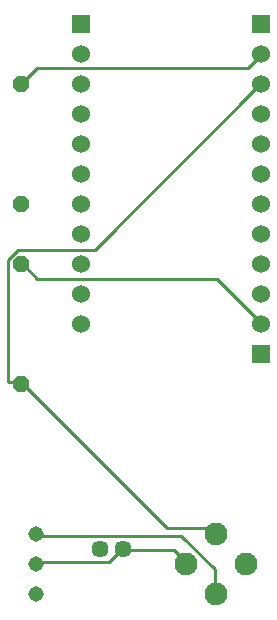
<source format=gbl>
G75*
G70*
%OFA0B0*%
%FSLAX24Y24*%
%IPPOS*%
%LPD*%
%AMOC8*
5,1,8,0,0,1.08239X$1,22.5*
%
%ADD10R,0.0600X0.0600*%
%ADD11C,0.0600*%
%ADD12OC8,0.0520*%
%ADD13C,0.0515*%
%ADD14C,0.0760*%
%ADD15C,0.0570*%
%ADD16C,0.0100*%
D10*
X041833Y020662D03*
X047833Y020662D03*
X047833Y009662D03*
D11*
X047833Y010662D03*
X047833Y011662D03*
X047833Y012662D03*
X047833Y013662D03*
X047833Y014662D03*
X047833Y015662D03*
X047833Y016662D03*
X047833Y017662D03*
X047833Y018662D03*
X047833Y019662D03*
X041833Y019662D03*
X041833Y018662D03*
X041833Y017662D03*
X041833Y016662D03*
X041833Y015662D03*
X041833Y014662D03*
X041833Y013662D03*
X041833Y012662D03*
X041833Y011662D03*
X041833Y010662D03*
D12*
X039833Y008662D03*
X039833Y012662D03*
X039833Y014662D03*
X039833Y018662D03*
D13*
X040333Y003662D03*
X040333Y002662D03*
X040333Y001662D03*
D14*
X045333Y002662D03*
X046333Y003662D03*
X047333Y002662D03*
X046333Y001662D03*
D15*
X043227Y003162D03*
X042440Y003162D03*
D16*
X039793Y008722D02*
X039393Y008722D01*
X039393Y012802D01*
X039713Y013122D01*
X042273Y013122D01*
X047793Y018642D01*
X047833Y018662D01*
X047393Y019202D02*
X047793Y019602D01*
X047833Y019662D01*
X047393Y019202D02*
X040353Y019202D01*
X039873Y018722D01*
X039833Y018662D01*
X039833Y012662D02*
X039873Y012642D01*
X040353Y012162D01*
X046353Y012162D01*
X047793Y010722D01*
X047833Y010662D01*
X044673Y003842D02*
X039873Y008642D01*
X039833Y008662D01*
X039793Y008722D01*
X044673Y003842D02*
X046113Y003842D01*
X046273Y003682D01*
X046333Y003662D01*
X046273Y002482D02*
X045153Y003602D01*
X040353Y003602D01*
X040333Y003662D01*
X040353Y002722D02*
X040333Y002662D01*
X040353Y002722D02*
X042753Y002722D01*
X043153Y003122D01*
X043227Y003162D01*
X043233Y003122D01*
X044913Y003122D01*
X045313Y002722D01*
X045333Y002662D01*
X046273Y002482D02*
X046273Y001682D01*
X046333Y001662D01*
M02*

</source>
